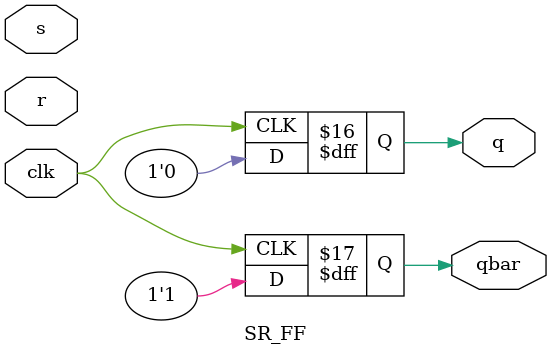
<source format=v>
`timescale 1ns / 1ps


module SR_FF(
input s,r,clk,
output reg q,qbar
    );
always@(posedge clk)
  begin
    q=1'b0; qbar=1'b1;
     if(clk==1) begin
        if(s==0 && r==0) begin
         q<=q; qbar<=qbar;
        end
        else if(s==0 && r==1) begin
         q<=1'b0; qbar<=1'b1;
        end
        else if(s==1 && r==0) begin
         q<=1'b1; qbar<=1'b0;
        end
        else if(s==1 && r==1) begin
         q<=1'bx; qbar<=1'bx;
        end
     end
     if(clk==0) begin
     q=q; qbar=qbar ;
     end
  end   
endmodule

</source>
